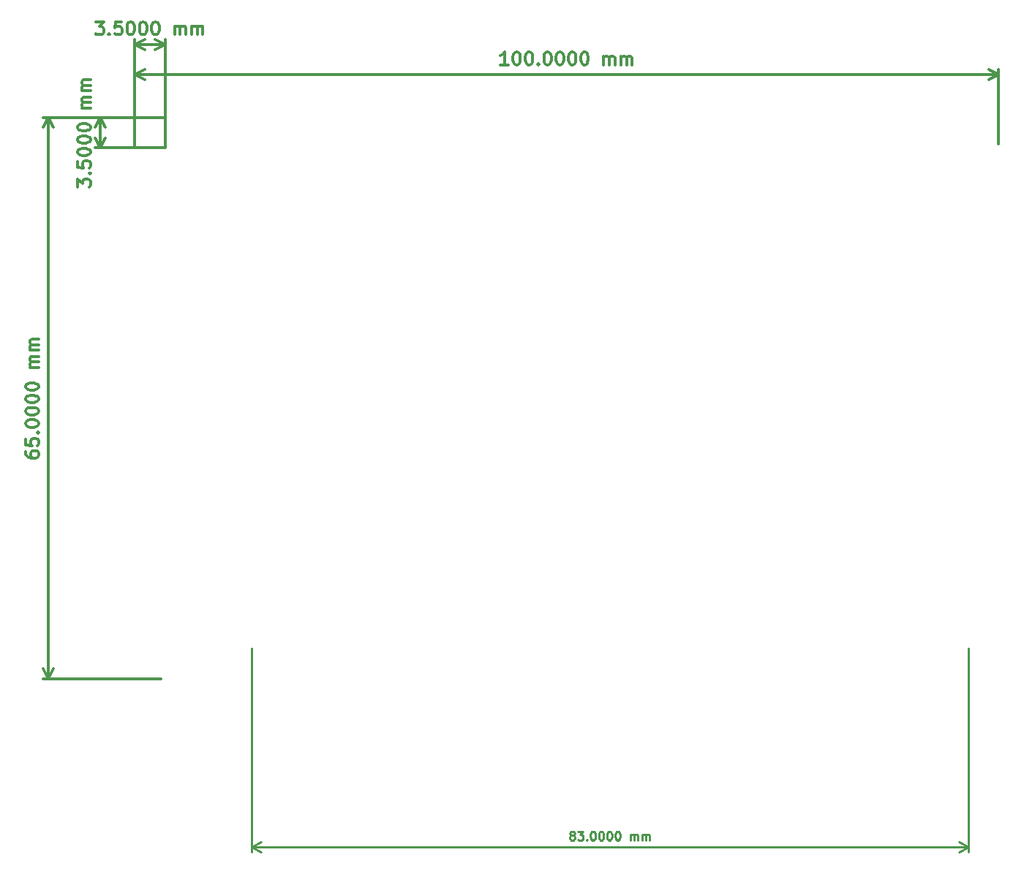
<source format=gbr>
G04 #@! TF.GenerationSoftware,KiCad,Pcbnew,7.0.7*
G04 #@! TF.CreationDate,2023-10-12T15:34:55+02:00*
G04 #@! TF.ProjectId,Astroplant_VFR,41737472-6f70-46c6-916e-745f5646522e,0.5*
G04 #@! TF.SameCoordinates,Original*
G04 #@! TF.FileFunction,Other,ECO2*
%FSLAX46Y46*%
G04 Gerber Fmt 4.6, Leading zero omitted, Abs format (unit mm)*
G04 Created by KiCad (PCBNEW 7.0.7) date 2023-10-12 15:34:55*
%MOMM*%
%LPD*%
G01*
G04 APERTURE LIST*
%ADD10C,0.300000*%
%ADD11C,0.250000*%
G04 APERTURE END LIST*
D10*
X95464286Y-23878328D02*
X96392858Y-23878328D01*
X96392858Y-23878328D02*
X95892858Y-24449757D01*
X95892858Y-24449757D02*
X96107143Y-24449757D01*
X96107143Y-24449757D02*
X96250001Y-24521185D01*
X96250001Y-24521185D02*
X96321429Y-24592614D01*
X96321429Y-24592614D02*
X96392858Y-24735471D01*
X96392858Y-24735471D02*
X96392858Y-25092614D01*
X96392858Y-25092614D02*
X96321429Y-25235471D01*
X96321429Y-25235471D02*
X96250001Y-25306900D01*
X96250001Y-25306900D02*
X96107143Y-25378328D01*
X96107143Y-25378328D02*
X95678572Y-25378328D01*
X95678572Y-25378328D02*
X95535715Y-25306900D01*
X95535715Y-25306900D02*
X95464286Y-25235471D01*
X97035714Y-25235471D02*
X97107143Y-25306900D01*
X97107143Y-25306900D02*
X97035714Y-25378328D01*
X97035714Y-25378328D02*
X96964286Y-25306900D01*
X96964286Y-25306900D02*
X97035714Y-25235471D01*
X97035714Y-25235471D02*
X97035714Y-25378328D01*
X98464286Y-23878328D02*
X97750000Y-23878328D01*
X97750000Y-23878328D02*
X97678572Y-24592614D01*
X97678572Y-24592614D02*
X97750000Y-24521185D01*
X97750000Y-24521185D02*
X97892858Y-24449757D01*
X97892858Y-24449757D02*
X98250000Y-24449757D01*
X98250000Y-24449757D02*
X98392858Y-24521185D01*
X98392858Y-24521185D02*
X98464286Y-24592614D01*
X98464286Y-24592614D02*
X98535715Y-24735471D01*
X98535715Y-24735471D02*
X98535715Y-25092614D01*
X98535715Y-25092614D02*
X98464286Y-25235471D01*
X98464286Y-25235471D02*
X98392858Y-25306900D01*
X98392858Y-25306900D02*
X98250000Y-25378328D01*
X98250000Y-25378328D02*
X97892858Y-25378328D01*
X97892858Y-25378328D02*
X97750000Y-25306900D01*
X97750000Y-25306900D02*
X97678572Y-25235471D01*
X99464286Y-23878328D02*
X99607143Y-23878328D01*
X99607143Y-23878328D02*
X99750000Y-23949757D01*
X99750000Y-23949757D02*
X99821429Y-24021185D01*
X99821429Y-24021185D02*
X99892857Y-24164042D01*
X99892857Y-24164042D02*
X99964286Y-24449757D01*
X99964286Y-24449757D02*
X99964286Y-24806900D01*
X99964286Y-24806900D02*
X99892857Y-25092614D01*
X99892857Y-25092614D02*
X99821429Y-25235471D01*
X99821429Y-25235471D02*
X99750000Y-25306900D01*
X99750000Y-25306900D02*
X99607143Y-25378328D01*
X99607143Y-25378328D02*
X99464286Y-25378328D01*
X99464286Y-25378328D02*
X99321429Y-25306900D01*
X99321429Y-25306900D02*
X99250000Y-25235471D01*
X99250000Y-25235471D02*
X99178571Y-25092614D01*
X99178571Y-25092614D02*
X99107143Y-24806900D01*
X99107143Y-24806900D02*
X99107143Y-24449757D01*
X99107143Y-24449757D02*
X99178571Y-24164042D01*
X99178571Y-24164042D02*
X99250000Y-24021185D01*
X99250000Y-24021185D02*
X99321429Y-23949757D01*
X99321429Y-23949757D02*
X99464286Y-23878328D01*
X100892857Y-23878328D02*
X101035714Y-23878328D01*
X101035714Y-23878328D02*
X101178571Y-23949757D01*
X101178571Y-23949757D02*
X101250000Y-24021185D01*
X101250000Y-24021185D02*
X101321428Y-24164042D01*
X101321428Y-24164042D02*
X101392857Y-24449757D01*
X101392857Y-24449757D02*
X101392857Y-24806900D01*
X101392857Y-24806900D02*
X101321428Y-25092614D01*
X101321428Y-25092614D02*
X101250000Y-25235471D01*
X101250000Y-25235471D02*
X101178571Y-25306900D01*
X101178571Y-25306900D02*
X101035714Y-25378328D01*
X101035714Y-25378328D02*
X100892857Y-25378328D01*
X100892857Y-25378328D02*
X100750000Y-25306900D01*
X100750000Y-25306900D02*
X100678571Y-25235471D01*
X100678571Y-25235471D02*
X100607142Y-25092614D01*
X100607142Y-25092614D02*
X100535714Y-24806900D01*
X100535714Y-24806900D02*
X100535714Y-24449757D01*
X100535714Y-24449757D02*
X100607142Y-24164042D01*
X100607142Y-24164042D02*
X100678571Y-24021185D01*
X100678571Y-24021185D02*
X100750000Y-23949757D01*
X100750000Y-23949757D02*
X100892857Y-23878328D01*
X102321428Y-23878328D02*
X102464285Y-23878328D01*
X102464285Y-23878328D02*
X102607142Y-23949757D01*
X102607142Y-23949757D02*
X102678571Y-24021185D01*
X102678571Y-24021185D02*
X102749999Y-24164042D01*
X102749999Y-24164042D02*
X102821428Y-24449757D01*
X102821428Y-24449757D02*
X102821428Y-24806900D01*
X102821428Y-24806900D02*
X102749999Y-25092614D01*
X102749999Y-25092614D02*
X102678571Y-25235471D01*
X102678571Y-25235471D02*
X102607142Y-25306900D01*
X102607142Y-25306900D02*
X102464285Y-25378328D01*
X102464285Y-25378328D02*
X102321428Y-25378328D01*
X102321428Y-25378328D02*
X102178571Y-25306900D01*
X102178571Y-25306900D02*
X102107142Y-25235471D01*
X102107142Y-25235471D02*
X102035713Y-25092614D01*
X102035713Y-25092614D02*
X101964285Y-24806900D01*
X101964285Y-24806900D02*
X101964285Y-24449757D01*
X101964285Y-24449757D02*
X102035713Y-24164042D01*
X102035713Y-24164042D02*
X102107142Y-24021185D01*
X102107142Y-24021185D02*
X102178571Y-23949757D01*
X102178571Y-23949757D02*
X102321428Y-23878328D01*
X104607141Y-25378328D02*
X104607141Y-24378328D01*
X104607141Y-24521185D02*
X104678570Y-24449757D01*
X104678570Y-24449757D02*
X104821427Y-24378328D01*
X104821427Y-24378328D02*
X105035713Y-24378328D01*
X105035713Y-24378328D02*
X105178570Y-24449757D01*
X105178570Y-24449757D02*
X105249999Y-24592614D01*
X105249999Y-24592614D02*
X105249999Y-25378328D01*
X105249999Y-24592614D02*
X105321427Y-24449757D01*
X105321427Y-24449757D02*
X105464284Y-24378328D01*
X105464284Y-24378328D02*
X105678570Y-24378328D01*
X105678570Y-24378328D02*
X105821427Y-24449757D01*
X105821427Y-24449757D02*
X105892856Y-24592614D01*
X105892856Y-24592614D02*
X105892856Y-25378328D01*
X106607141Y-25378328D02*
X106607141Y-24378328D01*
X106607141Y-24521185D02*
X106678570Y-24449757D01*
X106678570Y-24449757D02*
X106821427Y-24378328D01*
X106821427Y-24378328D02*
X107035713Y-24378328D01*
X107035713Y-24378328D02*
X107178570Y-24449757D01*
X107178570Y-24449757D02*
X107249999Y-24592614D01*
X107249999Y-24592614D02*
X107249999Y-25378328D01*
X107249999Y-24592614D02*
X107321427Y-24449757D01*
X107321427Y-24449757D02*
X107464284Y-24378328D01*
X107464284Y-24378328D02*
X107678570Y-24378328D01*
X107678570Y-24378328D02*
X107821427Y-24449757D01*
X107821427Y-24449757D02*
X107892856Y-24592614D01*
X107892856Y-24592614D02*
X107892856Y-25378328D01*
X100000000Y-38500000D02*
X100000000Y-25913580D01*
X103500000Y-38500000D02*
X103500000Y-25913580D01*
X100000000Y-26500000D02*
X103500000Y-26500000D01*
X100000000Y-26500000D02*
X103500000Y-26500000D01*
X100000000Y-26500000D02*
X101126504Y-25913579D01*
X100000000Y-26500000D02*
X101126504Y-27086421D01*
X103500000Y-26500000D02*
X102373496Y-27086421D01*
X103500000Y-26500000D02*
X102373496Y-25913579D01*
X87378328Y-73714284D02*
X87378328Y-73999998D01*
X87378328Y-73999998D02*
X87449757Y-74142855D01*
X87449757Y-74142855D02*
X87521185Y-74214284D01*
X87521185Y-74214284D02*
X87735471Y-74357141D01*
X87735471Y-74357141D02*
X88021185Y-74428569D01*
X88021185Y-74428569D02*
X88592614Y-74428569D01*
X88592614Y-74428569D02*
X88735471Y-74357141D01*
X88735471Y-74357141D02*
X88806900Y-74285712D01*
X88806900Y-74285712D02*
X88878328Y-74142855D01*
X88878328Y-74142855D02*
X88878328Y-73857141D01*
X88878328Y-73857141D02*
X88806900Y-73714284D01*
X88806900Y-73714284D02*
X88735471Y-73642855D01*
X88735471Y-73642855D02*
X88592614Y-73571426D01*
X88592614Y-73571426D02*
X88235471Y-73571426D01*
X88235471Y-73571426D02*
X88092614Y-73642855D01*
X88092614Y-73642855D02*
X88021185Y-73714284D01*
X88021185Y-73714284D02*
X87949757Y-73857141D01*
X87949757Y-73857141D02*
X87949757Y-74142855D01*
X87949757Y-74142855D02*
X88021185Y-74285712D01*
X88021185Y-74285712D02*
X88092614Y-74357141D01*
X88092614Y-74357141D02*
X88235471Y-74428569D01*
X87378328Y-72214284D02*
X87378328Y-72928570D01*
X87378328Y-72928570D02*
X88092614Y-72999998D01*
X88092614Y-72999998D02*
X88021185Y-72928570D01*
X88021185Y-72928570D02*
X87949757Y-72785713D01*
X87949757Y-72785713D02*
X87949757Y-72428570D01*
X87949757Y-72428570D02*
X88021185Y-72285713D01*
X88021185Y-72285713D02*
X88092614Y-72214284D01*
X88092614Y-72214284D02*
X88235471Y-72142855D01*
X88235471Y-72142855D02*
X88592614Y-72142855D01*
X88592614Y-72142855D02*
X88735471Y-72214284D01*
X88735471Y-72214284D02*
X88806900Y-72285713D01*
X88806900Y-72285713D02*
X88878328Y-72428570D01*
X88878328Y-72428570D02*
X88878328Y-72785713D01*
X88878328Y-72785713D02*
X88806900Y-72928570D01*
X88806900Y-72928570D02*
X88735471Y-72999998D01*
X88735471Y-71499999D02*
X88806900Y-71428570D01*
X88806900Y-71428570D02*
X88878328Y-71499999D01*
X88878328Y-71499999D02*
X88806900Y-71571427D01*
X88806900Y-71571427D02*
X88735471Y-71499999D01*
X88735471Y-71499999D02*
X88878328Y-71499999D01*
X87378328Y-70499998D02*
X87378328Y-70357141D01*
X87378328Y-70357141D02*
X87449757Y-70214284D01*
X87449757Y-70214284D02*
X87521185Y-70142856D01*
X87521185Y-70142856D02*
X87664042Y-70071427D01*
X87664042Y-70071427D02*
X87949757Y-69999998D01*
X87949757Y-69999998D02*
X88306900Y-69999998D01*
X88306900Y-69999998D02*
X88592614Y-70071427D01*
X88592614Y-70071427D02*
X88735471Y-70142856D01*
X88735471Y-70142856D02*
X88806900Y-70214284D01*
X88806900Y-70214284D02*
X88878328Y-70357141D01*
X88878328Y-70357141D02*
X88878328Y-70499998D01*
X88878328Y-70499998D02*
X88806900Y-70642856D01*
X88806900Y-70642856D02*
X88735471Y-70714284D01*
X88735471Y-70714284D02*
X88592614Y-70785713D01*
X88592614Y-70785713D02*
X88306900Y-70857141D01*
X88306900Y-70857141D02*
X87949757Y-70857141D01*
X87949757Y-70857141D02*
X87664042Y-70785713D01*
X87664042Y-70785713D02*
X87521185Y-70714284D01*
X87521185Y-70714284D02*
X87449757Y-70642856D01*
X87449757Y-70642856D02*
X87378328Y-70499998D01*
X87378328Y-69071427D02*
X87378328Y-68928570D01*
X87378328Y-68928570D02*
X87449757Y-68785713D01*
X87449757Y-68785713D02*
X87521185Y-68714285D01*
X87521185Y-68714285D02*
X87664042Y-68642856D01*
X87664042Y-68642856D02*
X87949757Y-68571427D01*
X87949757Y-68571427D02*
X88306900Y-68571427D01*
X88306900Y-68571427D02*
X88592614Y-68642856D01*
X88592614Y-68642856D02*
X88735471Y-68714285D01*
X88735471Y-68714285D02*
X88806900Y-68785713D01*
X88806900Y-68785713D02*
X88878328Y-68928570D01*
X88878328Y-68928570D02*
X88878328Y-69071427D01*
X88878328Y-69071427D02*
X88806900Y-69214285D01*
X88806900Y-69214285D02*
X88735471Y-69285713D01*
X88735471Y-69285713D02*
X88592614Y-69357142D01*
X88592614Y-69357142D02*
X88306900Y-69428570D01*
X88306900Y-69428570D02*
X87949757Y-69428570D01*
X87949757Y-69428570D02*
X87664042Y-69357142D01*
X87664042Y-69357142D02*
X87521185Y-69285713D01*
X87521185Y-69285713D02*
X87449757Y-69214285D01*
X87449757Y-69214285D02*
X87378328Y-69071427D01*
X87378328Y-67642856D02*
X87378328Y-67499999D01*
X87378328Y-67499999D02*
X87449757Y-67357142D01*
X87449757Y-67357142D02*
X87521185Y-67285714D01*
X87521185Y-67285714D02*
X87664042Y-67214285D01*
X87664042Y-67214285D02*
X87949757Y-67142856D01*
X87949757Y-67142856D02*
X88306900Y-67142856D01*
X88306900Y-67142856D02*
X88592614Y-67214285D01*
X88592614Y-67214285D02*
X88735471Y-67285714D01*
X88735471Y-67285714D02*
X88806900Y-67357142D01*
X88806900Y-67357142D02*
X88878328Y-67499999D01*
X88878328Y-67499999D02*
X88878328Y-67642856D01*
X88878328Y-67642856D02*
X88806900Y-67785714D01*
X88806900Y-67785714D02*
X88735471Y-67857142D01*
X88735471Y-67857142D02*
X88592614Y-67928571D01*
X88592614Y-67928571D02*
X88306900Y-67999999D01*
X88306900Y-67999999D02*
X87949757Y-67999999D01*
X87949757Y-67999999D02*
X87664042Y-67928571D01*
X87664042Y-67928571D02*
X87521185Y-67857142D01*
X87521185Y-67857142D02*
X87449757Y-67785714D01*
X87449757Y-67785714D02*
X87378328Y-67642856D01*
X87378328Y-66214285D02*
X87378328Y-66071428D01*
X87378328Y-66071428D02*
X87449757Y-65928571D01*
X87449757Y-65928571D02*
X87521185Y-65857143D01*
X87521185Y-65857143D02*
X87664042Y-65785714D01*
X87664042Y-65785714D02*
X87949757Y-65714285D01*
X87949757Y-65714285D02*
X88306900Y-65714285D01*
X88306900Y-65714285D02*
X88592614Y-65785714D01*
X88592614Y-65785714D02*
X88735471Y-65857143D01*
X88735471Y-65857143D02*
X88806900Y-65928571D01*
X88806900Y-65928571D02*
X88878328Y-66071428D01*
X88878328Y-66071428D02*
X88878328Y-66214285D01*
X88878328Y-66214285D02*
X88806900Y-66357143D01*
X88806900Y-66357143D02*
X88735471Y-66428571D01*
X88735471Y-66428571D02*
X88592614Y-66500000D01*
X88592614Y-66500000D02*
X88306900Y-66571428D01*
X88306900Y-66571428D02*
X87949757Y-66571428D01*
X87949757Y-66571428D02*
X87664042Y-66500000D01*
X87664042Y-66500000D02*
X87521185Y-66428571D01*
X87521185Y-66428571D02*
X87449757Y-66357143D01*
X87449757Y-66357143D02*
X87378328Y-66214285D01*
X88878328Y-63928572D02*
X87878328Y-63928572D01*
X88021185Y-63928572D02*
X87949757Y-63857143D01*
X87949757Y-63857143D02*
X87878328Y-63714286D01*
X87878328Y-63714286D02*
X87878328Y-63500000D01*
X87878328Y-63500000D02*
X87949757Y-63357143D01*
X87949757Y-63357143D02*
X88092614Y-63285715D01*
X88092614Y-63285715D02*
X88878328Y-63285715D01*
X88092614Y-63285715D02*
X87949757Y-63214286D01*
X87949757Y-63214286D02*
X87878328Y-63071429D01*
X87878328Y-63071429D02*
X87878328Y-62857143D01*
X87878328Y-62857143D02*
X87949757Y-62714286D01*
X87949757Y-62714286D02*
X88092614Y-62642857D01*
X88092614Y-62642857D02*
X88878328Y-62642857D01*
X88878328Y-61928572D02*
X87878328Y-61928572D01*
X88021185Y-61928572D02*
X87949757Y-61857143D01*
X87949757Y-61857143D02*
X87878328Y-61714286D01*
X87878328Y-61714286D02*
X87878328Y-61500000D01*
X87878328Y-61500000D02*
X87949757Y-61357143D01*
X87949757Y-61357143D02*
X88092614Y-61285715D01*
X88092614Y-61285715D02*
X88878328Y-61285715D01*
X88092614Y-61285715D02*
X87949757Y-61214286D01*
X87949757Y-61214286D02*
X87878328Y-61071429D01*
X87878328Y-61071429D02*
X87878328Y-60857143D01*
X87878328Y-60857143D02*
X87949757Y-60714286D01*
X87949757Y-60714286D02*
X88092614Y-60642857D01*
X88092614Y-60642857D02*
X88878328Y-60642857D01*
X103000000Y-35000000D02*
X89413580Y-35000000D01*
X103000000Y-100000000D02*
X89413580Y-100000000D01*
X90000000Y-35000000D02*
X90000000Y-100000000D01*
X90000000Y-35000000D02*
X90000000Y-100000000D01*
X90000000Y-35000000D02*
X90586421Y-36126504D01*
X90000000Y-35000000D02*
X89413579Y-36126504D01*
X90000000Y-100000000D02*
X89413579Y-98873496D01*
X90000000Y-100000000D02*
X90586421Y-98873496D01*
D11*
X150571429Y-118128190D02*
X150476191Y-118080571D01*
X150476191Y-118080571D02*
X150428572Y-118032952D01*
X150428572Y-118032952D02*
X150380953Y-117937714D01*
X150380953Y-117937714D02*
X150380953Y-117890095D01*
X150380953Y-117890095D02*
X150428572Y-117794857D01*
X150428572Y-117794857D02*
X150476191Y-117747238D01*
X150476191Y-117747238D02*
X150571429Y-117699619D01*
X150571429Y-117699619D02*
X150761905Y-117699619D01*
X150761905Y-117699619D02*
X150857143Y-117747238D01*
X150857143Y-117747238D02*
X150904762Y-117794857D01*
X150904762Y-117794857D02*
X150952381Y-117890095D01*
X150952381Y-117890095D02*
X150952381Y-117937714D01*
X150952381Y-117937714D02*
X150904762Y-118032952D01*
X150904762Y-118032952D02*
X150857143Y-118080571D01*
X150857143Y-118080571D02*
X150761905Y-118128190D01*
X150761905Y-118128190D02*
X150571429Y-118128190D01*
X150571429Y-118128190D02*
X150476191Y-118175809D01*
X150476191Y-118175809D02*
X150428572Y-118223428D01*
X150428572Y-118223428D02*
X150380953Y-118318666D01*
X150380953Y-118318666D02*
X150380953Y-118509142D01*
X150380953Y-118509142D02*
X150428572Y-118604380D01*
X150428572Y-118604380D02*
X150476191Y-118652000D01*
X150476191Y-118652000D02*
X150571429Y-118699619D01*
X150571429Y-118699619D02*
X150761905Y-118699619D01*
X150761905Y-118699619D02*
X150857143Y-118652000D01*
X150857143Y-118652000D02*
X150904762Y-118604380D01*
X150904762Y-118604380D02*
X150952381Y-118509142D01*
X150952381Y-118509142D02*
X150952381Y-118318666D01*
X150952381Y-118318666D02*
X150904762Y-118223428D01*
X150904762Y-118223428D02*
X150857143Y-118175809D01*
X150857143Y-118175809D02*
X150761905Y-118128190D01*
X151285715Y-117699619D02*
X151904762Y-117699619D01*
X151904762Y-117699619D02*
X151571429Y-118080571D01*
X151571429Y-118080571D02*
X151714286Y-118080571D01*
X151714286Y-118080571D02*
X151809524Y-118128190D01*
X151809524Y-118128190D02*
X151857143Y-118175809D01*
X151857143Y-118175809D02*
X151904762Y-118271047D01*
X151904762Y-118271047D02*
X151904762Y-118509142D01*
X151904762Y-118509142D02*
X151857143Y-118604380D01*
X151857143Y-118604380D02*
X151809524Y-118652000D01*
X151809524Y-118652000D02*
X151714286Y-118699619D01*
X151714286Y-118699619D02*
X151428572Y-118699619D01*
X151428572Y-118699619D02*
X151333334Y-118652000D01*
X151333334Y-118652000D02*
X151285715Y-118604380D01*
X152333334Y-118604380D02*
X152380953Y-118652000D01*
X152380953Y-118652000D02*
X152333334Y-118699619D01*
X152333334Y-118699619D02*
X152285715Y-118652000D01*
X152285715Y-118652000D02*
X152333334Y-118604380D01*
X152333334Y-118604380D02*
X152333334Y-118699619D01*
X153000000Y-117699619D02*
X153095238Y-117699619D01*
X153095238Y-117699619D02*
X153190476Y-117747238D01*
X153190476Y-117747238D02*
X153238095Y-117794857D01*
X153238095Y-117794857D02*
X153285714Y-117890095D01*
X153285714Y-117890095D02*
X153333333Y-118080571D01*
X153333333Y-118080571D02*
X153333333Y-118318666D01*
X153333333Y-118318666D02*
X153285714Y-118509142D01*
X153285714Y-118509142D02*
X153238095Y-118604380D01*
X153238095Y-118604380D02*
X153190476Y-118652000D01*
X153190476Y-118652000D02*
X153095238Y-118699619D01*
X153095238Y-118699619D02*
X153000000Y-118699619D01*
X153000000Y-118699619D02*
X152904762Y-118652000D01*
X152904762Y-118652000D02*
X152857143Y-118604380D01*
X152857143Y-118604380D02*
X152809524Y-118509142D01*
X152809524Y-118509142D02*
X152761905Y-118318666D01*
X152761905Y-118318666D02*
X152761905Y-118080571D01*
X152761905Y-118080571D02*
X152809524Y-117890095D01*
X152809524Y-117890095D02*
X152857143Y-117794857D01*
X152857143Y-117794857D02*
X152904762Y-117747238D01*
X152904762Y-117747238D02*
X153000000Y-117699619D01*
X153952381Y-117699619D02*
X154047619Y-117699619D01*
X154047619Y-117699619D02*
X154142857Y-117747238D01*
X154142857Y-117747238D02*
X154190476Y-117794857D01*
X154190476Y-117794857D02*
X154238095Y-117890095D01*
X154238095Y-117890095D02*
X154285714Y-118080571D01*
X154285714Y-118080571D02*
X154285714Y-118318666D01*
X154285714Y-118318666D02*
X154238095Y-118509142D01*
X154238095Y-118509142D02*
X154190476Y-118604380D01*
X154190476Y-118604380D02*
X154142857Y-118652000D01*
X154142857Y-118652000D02*
X154047619Y-118699619D01*
X154047619Y-118699619D02*
X153952381Y-118699619D01*
X153952381Y-118699619D02*
X153857143Y-118652000D01*
X153857143Y-118652000D02*
X153809524Y-118604380D01*
X153809524Y-118604380D02*
X153761905Y-118509142D01*
X153761905Y-118509142D02*
X153714286Y-118318666D01*
X153714286Y-118318666D02*
X153714286Y-118080571D01*
X153714286Y-118080571D02*
X153761905Y-117890095D01*
X153761905Y-117890095D02*
X153809524Y-117794857D01*
X153809524Y-117794857D02*
X153857143Y-117747238D01*
X153857143Y-117747238D02*
X153952381Y-117699619D01*
X154904762Y-117699619D02*
X155000000Y-117699619D01*
X155000000Y-117699619D02*
X155095238Y-117747238D01*
X155095238Y-117747238D02*
X155142857Y-117794857D01*
X155142857Y-117794857D02*
X155190476Y-117890095D01*
X155190476Y-117890095D02*
X155238095Y-118080571D01*
X155238095Y-118080571D02*
X155238095Y-118318666D01*
X155238095Y-118318666D02*
X155190476Y-118509142D01*
X155190476Y-118509142D02*
X155142857Y-118604380D01*
X155142857Y-118604380D02*
X155095238Y-118652000D01*
X155095238Y-118652000D02*
X155000000Y-118699619D01*
X155000000Y-118699619D02*
X154904762Y-118699619D01*
X154904762Y-118699619D02*
X154809524Y-118652000D01*
X154809524Y-118652000D02*
X154761905Y-118604380D01*
X154761905Y-118604380D02*
X154714286Y-118509142D01*
X154714286Y-118509142D02*
X154666667Y-118318666D01*
X154666667Y-118318666D02*
X154666667Y-118080571D01*
X154666667Y-118080571D02*
X154714286Y-117890095D01*
X154714286Y-117890095D02*
X154761905Y-117794857D01*
X154761905Y-117794857D02*
X154809524Y-117747238D01*
X154809524Y-117747238D02*
X154904762Y-117699619D01*
X155857143Y-117699619D02*
X155952381Y-117699619D01*
X155952381Y-117699619D02*
X156047619Y-117747238D01*
X156047619Y-117747238D02*
X156095238Y-117794857D01*
X156095238Y-117794857D02*
X156142857Y-117890095D01*
X156142857Y-117890095D02*
X156190476Y-118080571D01*
X156190476Y-118080571D02*
X156190476Y-118318666D01*
X156190476Y-118318666D02*
X156142857Y-118509142D01*
X156142857Y-118509142D02*
X156095238Y-118604380D01*
X156095238Y-118604380D02*
X156047619Y-118652000D01*
X156047619Y-118652000D02*
X155952381Y-118699619D01*
X155952381Y-118699619D02*
X155857143Y-118699619D01*
X155857143Y-118699619D02*
X155761905Y-118652000D01*
X155761905Y-118652000D02*
X155714286Y-118604380D01*
X155714286Y-118604380D02*
X155666667Y-118509142D01*
X155666667Y-118509142D02*
X155619048Y-118318666D01*
X155619048Y-118318666D02*
X155619048Y-118080571D01*
X155619048Y-118080571D02*
X155666667Y-117890095D01*
X155666667Y-117890095D02*
X155714286Y-117794857D01*
X155714286Y-117794857D02*
X155761905Y-117747238D01*
X155761905Y-117747238D02*
X155857143Y-117699619D01*
X157380953Y-118699619D02*
X157380953Y-118032952D01*
X157380953Y-118128190D02*
X157428572Y-118080571D01*
X157428572Y-118080571D02*
X157523810Y-118032952D01*
X157523810Y-118032952D02*
X157666667Y-118032952D01*
X157666667Y-118032952D02*
X157761905Y-118080571D01*
X157761905Y-118080571D02*
X157809524Y-118175809D01*
X157809524Y-118175809D02*
X157809524Y-118699619D01*
X157809524Y-118175809D02*
X157857143Y-118080571D01*
X157857143Y-118080571D02*
X157952381Y-118032952D01*
X157952381Y-118032952D02*
X158095238Y-118032952D01*
X158095238Y-118032952D02*
X158190477Y-118080571D01*
X158190477Y-118080571D02*
X158238096Y-118175809D01*
X158238096Y-118175809D02*
X158238096Y-118699619D01*
X158714286Y-118699619D02*
X158714286Y-118032952D01*
X158714286Y-118128190D02*
X158761905Y-118080571D01*
X158761905Y-118080571D02*
X158857143Y-118032952D01*
X158857143Y-118032952D02*
X159000000Y-118032952D01*
X159000000Y-118032952D02*
X159095238Y-118080571D01*
X159095238Y-118080571D02*
X159142857Y-118175809D01*
X159142857Y-118175809D02*
X159142857Y-118699619D01*
X159142857Y-118175809D02*
X159190476Y-118080571D01*
X159190476Y-118080571D02*
X159285714Y-118032952D01*
X159285714Y-118032952D02*
X159428571Y-118032952D01*
X159428571Y-118032952D02*
X159523810Y-118080571D01*
X159523810Y-118080571D02*
X159571429Y-118175809D01*
X159571429Y-118175809D02*
X159571429Y-118699619D01*
X113500000Y-96500000D02*
X113500000Y-120086420D01*
X196500000Y-96500000D02*
X196500000Y-120086420D01*
X113500000Y-119500000D02*
X196500000Y-119500000D01*
X113500000Y-119500000D02*
X196500000Y-119500000D01*
X113500000Y-119500000D02*
X114626504Y-118913579D01*
X113500000Y-119500000D02*
X114626504Y-120086421D01*
X196500000Y-119500000D02*
X195373496Y-120086421D01*
X196500000Y-119500000D02*
X195373496Y-118913579D01*
D10*
X143214287Y-28878328D02*
X142357144Y-28878328D01*
X142785715Y-28878328D02*
X142785715Y-27378328D01*
X142785715Y-27378328D02*
X142642858Y-27592614D01*
X142642858Y-27592614D02*
X142500001Y-27735471D01*
X142500001Y-27735471D02*
X142357144Y-27806900D01*
X144142858Y-27378328D02*
X144285715Y-27378328D01*
X144285715Y-27378328D02*
X144428572Y-27449757D01*
X144428572Y-27449757D02*
X144500001Y-27521185D01*
X144500001Y-27521185D02*
X144571429Y-27664042D01*
X144571429Y-27664042D02*
X144642858Y-27949757D01*
X144642858Y-27949757D02*
X144642858Y-28306900D01*
X144642858Y-28306900D02*
X144571429Y-28592614D01*
X144571429Y-28592614D02*
X144500001Y-28735471D01*
X144500001Y-28735471D02*
X144428572Y-28806900D01*
X144428572Y-28806900D02*
X144285715Y-28878328D01*
X144285715Y-28878328D02*
X144142858Y-28878328D01*
X144142858Y-28878328D02*
X144000001Y-28806900D01*
X144000001Y-28806900D02*
X143928572Y-28735471D01*
X143928572Y-28735471D02*
X143857143Y-28592614D01*
X143857143Y-28592614D02*
X143785715Y-28306900D01*
X143785715Y-28306900D02*
X143785715Y-27949757D01*
X143785715Y-27949757D02*
X143857143Y-27664042D01*
X143857143Y-27664042D02*
X143928572Y-27521185D01*
X143928572Y-27521185D02*
X144000001Y-27449757D01*
X144000001Y-27449757D02*
X144142858Y-27378328D01*
X145571429Y-27378328D02*
X145714286Y-27378328D01*
X145714286Y-27378328D02*
X145857143Y-27449757D01*
X145857143Y-27449757D02*
X145928572Y-27521185D01*
X145928572Y-27521185D02*
X146000000Y-27664042D01*
X146000000Y-27664042D02*
X146071429Y-27949757D01*
X146071429Y-27949757D02*
X146071429Y-28306900D01*
X146071429Y-28306900D02*
X146000000Y-28592614D01*
X146000000Y-28592614D02*
X145928572Y-28735471D01*
X145928572Y-28735471D02*
X145857143Y-28806900D01*
X145857143Y-28806900D02*
X145714286Y-28878328D01*
X145714286Y-28878328D02*
X145571429Y-28878328D01*
X145571429Y-28878328D02*
X145428572Y-28806900D01*
X145428572Y-28806900D02*
X145357143Y-28735471D01*
X145357143Y-28735471D02*
X145285714Y-28592614D01*
X145285714Y-28592614D02*
X145214286Y-28306900D01*
X145214286Y-28306900D02*
X145214286Y-27949757D01*
X145214286Y-27949757D02*
X145285714Y-27664042D01*
X145285714Y-27664042D02*
X145357143Y-27521185D01*
X145357143Y-27521185D02*
X145428572Y-27449757D01*
X145428572Y-27449757D02*
X145571429Y-27378328D01*
X146714285Y-28735471D02*
X146785714Y-28806900D01*
X146785714Y-28806900D02*
X146714285Y-28878328D01*
X146714285Y-28878328D02*
X146642857Y-28806900D01*
X146642857Y-28806900D02*
X146714285Y-28735471D01*
X146714285Y-28735471D02*
X146714285Y-28878328D01*
X147714286Y-27378328D02*
X147857143Y-27378328D01*
X147857143Y-27378328D02*
X148000000Y-27449757D01*
X148000000Y-27449757D02*
X148071429Y-27521185D01*
X148071429Y-27521185D02*
X148142857Y-27664042D01*
X148142857Y-27664042D02*
X148214286Y-27949757D01*
X148214286Y-27949757D02*
X148214286Y-28306900D01*
X148214286Y-28306900D02*
X148142857Y-28592614D01*
X148142857Y-28592614D02*
X148071429Y-28735471D01*
X148071429Y-28735471D02*
X148000000Y-28806900D01*
X148000000Y-28806900D02*
X147857143Y-28878328D01*
X147857143Y-28878328D02*
X147714286Y-28878328D01*
X147714286Y-28878328D02*
X147571429Y-28806900D01*
X147571429Y-28806900D02*
X147500000Y-28735471D01*
X147500000Y-28735471D02*
X147428571Y-28592614D01*
X147428571Y-28592614D02*
X147357143Y-28306900D01*
X147357143Y-28306900D02*
X147357143Y-27949757D01*
X147357143Y-27949757D02*
X147428571Y-27664042D01*
X147428571Y-27664042D02*
X147500000Y-27521185D01*
X147500000Y-27521185D02*
X147571429Y-27449757D01*
X147571429Y-27449757D02*
X147714286Y-27378328D01*
X149142857Y-27378328D02*
X149285714Y-27378328D01*
X149285714Y-27378328D02*
X149428571Y-27449757D01*
X149428571Y-27449757D02*
X149500000Y-27521185D01*
X149500000Y-27521185D02*
X149571428Y-27664042D01*
X149571428Y-27664042D02*
X149642857Y-27949757D01*
X149642857Y-27949757D02*
X149642857Y-28306900D01*
X149642857Y-28306900D02*
X149571428Y-28592614D01*
X149571428Y-28592614D02*
X149500000Y-28735471D01*
X149500000Y-28735471D02*
X149428571Y-28806900D01*
X149428571Y-28806900D02*
X149285714Y-28878328D01*
X149285714Y-28878328D02*
X149142857Y-28878328D01*
X149142857Y-28878328D02*
X149000000Y-28806900D01*
X149000000Y-28806900D02*
X148928571Y-28735471D01*
X148928571Y-28735471D02*
X148857142Y-28592614D01*
X148857142Y-28592614D02*
X148785714Y-28306900D01*
X148785714Y-28306900D02*
X148785714Y-27949757D01*
X148785714Y-27949757D02*
X148857142Y-27664042D01*
X148857142Y-27664042D02*
X148928571Y-27521185D01*
X148928571Y-27521185D02*
X149000000Y-27449757D01*
X149000000Y-27449757D02*
X149142857Y-27378328D01*
X150571428Y-27378328D02*
X150714285Y-27378328D01*
X150714285Y-27378328D02*
X150857142Y-27449757D01*
X150857142Y-27449757D02*
X150928571Y-27521185D01*
X150928571Y-27521185D02*
X150999999Y-27664042D01*
X150999999Y-27664042D02*
X151071428Y-27949757D01*
X151071428Y-27949757D02*
X151071428Y-28306900D01*
X151071428Y-28306900D02*
X150999999Y-28592614D01*
X150999999Y-28592614D02*
X150928571Y-28735471D01*
X150928571Y-28735471D02*
X150857142Y-28806900D01*
X150857142Y-28806900D02*
X150714285Y-28878328D01*
X150714285Y-28878328D02*
X150571428Y-28878328D01*
X150571428Y-28878328D02*
X150428571Y-28806900D01*
X150428571Y-28806900D02*
X150357142Y-28735471D01*
X150357142Y-28735471D02*
X150285713Y-28592614D01*
X150285713Y-28592614D02*
X150214285Y-28306900D01*
X150214285Y-28306900D02*
X150214285Y-27949757D01*
X150214285Y-27949757D02*
X150285713Y-27664042D01*
X150285713Y-27664042D02*
X150357142Y-27521185D01*
X150357142Y-27521185D02*
X150428571Y-27449757D01*
X150428571Y-27449757D02*
X150571428Y-27378328D01*
X151999999Y-27378328D02*
X152142856Y-27378328D01*
X152142856Y-27378328D02*
X152285713Y-27449757D01*
X152285713Y-27449757D02*
X152357142Y-27521185D01*
X152357142Y-27521185D02*
X152428570Y-27664042D01*
X152428570Y-27664042D02*
X152499999Y-27949757D01*
X152499999Y-27949757D02*
X152499999Y-28306900D01*
X152499999Y-28306900D02*
X152428570Y-28592614D01*
X152428570Y-28592614D02*
X152357142Y-28735471D01*
X152357142Y-28735471D02*
X152285713Y-28806900D01*
X152285713Y-28806900D02*
X152142856Y-28878328D01*
X152142856Y-28878328D02*
X151999999Y-28878328D01*
X151999999Y-28878328D02*
X151857142Y-28806900D01*
X151857142Y-28806900D02*
X151785713Y-28735471D01*
X151785713Y-28735471D02*
X151714284Y-28592614D01*
X151714284Y-28592614D02*
X151642856Y-28306900D01*
X151642856Y-28306900D02*
X151642856Y-27949757D01*
X151642856Y-27949757D02*
X151714284Y-27664042D01*
X151714284Y-27664042D02*
X151785713Y-27521185D01*
X151785713Y-27521185D02*
X151857142Y-27449757D01*
X151857142Y-27449757D02*
X151999999Y-27378328D01*
X154285712Y-28878328D02*
X154285712Y-27878328D01*
X154285712Y-28021185D02*
X154357141Y-27949757D01*
X154357141Y-27949757D02*
X154499998Y-27878328D01*
X154499998Y-27878328D02*
X154714284Y-27878328D01*
X154714284Y-27878328D02*
X154857141Y-27949757D01*
X154857141Y-27949757D02*
X154928570Y-28092614D01*
X154928570Y-28092614D02*
X154928570Y-28878328D01*
X154928570Y-28092614D02*
X154999998Y-27949757D01*
X154999998Y-27949757D02*
X155142855Y-27878328D01*
X155142855Y-27878328D02*
X155357141Y-27878328D01*
X155357141Y-27878328D02*
X155499998Y-27949757D01*
X155499998Y-27949757D02*
X155571427Y-28092614D01*
X155571427Y-28092614D02*
X155571427Y-28878328D01*
X156285712Y-28878328D02*
X156285712Y-27878328D01*
X156285712Y-28021185D02*
X156357141Y-27949757D01*
X156357141Y-27949757D02*
X156499998Y-27878328D01*
X156499998Y-27878328D02*
X156714284Y-27878328D01*
X156714284Y-27878328D02*
X156857141Y-27949757D01*
X156857141Y-27949757D02*
X156928570Y-28092614D01*
X156928570Y-28092614D02*
X156928570Y-28878328D01*
X156928570Y-28092614D02*
X156999998Y-27949757D01*
X156999998Y-27949757D02*
X157142855Y-27878328D01*
X157142855Y-27878328D02*
X157357141Y-27878328D01*
X157357141Y-27878328D02*
X157499998Y-27949757D01*
X157499998Y-27949757D02*
X157571427Y-28092614D01*
X157571427Y-28092614D02*
X157571427Y-28878328D01*
X200000000Y-38000000D02*
X200000000Y-29413580D01*
X100000000Y-38000000D02*
X100000000Y-29413580D01*
X200000000Y-30000000D02*
X100000000Y-30000000D01*
X200000000Y-30000000D02*
X100000000Y-30000000D01*
X200000000Y-30000000D02*
X198873496Y-30586421D01*
X200000000Y-30000000D02*
X198873496Y-29413579D01*
X100000000Y-30000000D02*
X101126504Y-29413579D01*
X100000000Y-30000000D02*
X101126504Y-30586421D01*
X93378328Y-43035713D02*
X93378328Y-42107141D01*
X93378328Y-42107141D02*
X93949757Y-42607141D01*
X93949757Y-42607141D02*
X93949757Y-42392856D01*
X93949757Y-42392856D02*
X94021185Y-42249999D01*
X94021185Y-42249999D02*
X94092614Y-42178570D01*
X94092614Y-42178570D02*
X94235471Y-42107141D01*
X94235471Y-42107141D02*
X94592614Y-42107141D01*
X94592614Y-42107141D02*
X94735471Y-42178570D01*
X94735471Y-42178570D02*
X94806900Y-42249999D01*
X94806900Y-42249999D02*
X94878328Y-42392856D01*
X94878328Y-42392856D02*
X94878328Y-42821427D01*
X94878328Y-42821427D02*
X94806900Y-42964284D01*
X94806900Y-42964284D02*
X94735471Y-43035713D01*
X94735471Y-41464285D02*
X94806900Y-41392856D01*
X94806900Y-41392856D02*
X94878328Y-41464285D01*
X94878328Y-41464285D02*
X94806900Y-41535713D01*
X94806900Y-41535713D02*
X94735471Y-41464285D01*
X94735471Y-41464285D02*
X94878328Y-41464285D01*
X93378328Y-40035713D02*
X93378328Y-40749999D01*
X93378328Y-40749999D02*
X94092614Y-40821427D01*
X94092614Y-40821427D02*
X94021185Y-40749999D01*
X94021185Y-40749999D02*
X93949757Y-40607142D01*
X93949757Y-40607142D02*
X93949757Y-40249999D01*
X93949757Y-40249999D02*
X94021185Y-40107142D01*
X94021185Y-40107142D02*
X94092614Y-40035713D01*
X94092614Y-40035713D02*
X94235471Y-39964284D01*
X94235471Y-39964284D02*
X94592614Y-39964284D01*
X94592614Y-39964284D02*
X94735471Y-40035713D01*
X94735471Y-40035713D02*
X94806900Y-40107142D01*
X94806900Y-40107142D02*
X94878328Y-40249999D01*
X94878328Y-40249999D02*
X94878328Y-40607142D01*
X94878328Y-40607142D02*
X94806900Y-40749999D01*
X94806900Y-40749999D02*
X94735471Y-40821427D01*
X93378328Y-39035713D02*
X93378328Y-38892856D01*
X93378328Y-38892856D02*
X93449757Y-38749999D01*
X93449757Y-38749999D02*
X93521185Y-38678571D01*
X93521185Y-38678571D02*
X93664042Y-38607142D01*
X93664042Y-38607142D02*
X93949757Y-38535713D01*
X93949757Y-38535713D02*
X94306900Y-38535713D01*
X94306900Y-38535713D02*
X94592614Y-38607142D01*
X94592614Y-38607142D02*
X94735471Y-38678571D01*
X94735471Y-38678571D02*
X94806900Y-38749999D01*
X94806900Y-38749999D02*
X94878328Y-38892856D01*
X94878328Y-38892856D02*
X94878328Y-39035713D01*
X94878328Y-39035713D02*
X94806900Y-39178571D01*
X94806900Y-39178571D02*
X94735471Y-39249999D01*
X94735471Y-39249999D02*
X94592614Y-39321428D01*
X94592614Y-39321428D02*
X94306900Y-39392856D01*
X94306900Y-39392856D02*
X93949757Y-39392856D01*
X93949757Y-39392856D02*
X93664042Y-39321428D01*
X93664042Y-39321428D02*
X93521185Y-39249999D01*
X93521185Y-39249999D02*
X93449757Y-39178571D01*
X93449757Y-39178571D02*
X93378328Y-39035713D01*
X93378328Y-37607142D02*
X93378328Y-37464285D01*
X93378328Y-37464285D02*
X93449757Y-37321428D01*
X93449757Y-37321428D02*
X93521185Y-37250000D01*
X93521185Y-37250000D02*
X93664042Y-37178571D01*
X93664042Y-37178571D02*
X93949757Y-37107142D01*
X93949757Y-37107142D02*
X94306900Y-37107142D01*
X94306900Y-37107142D02*
X94592614Y-37178571D01*
X94592614Y-37178571D02*
X94735471Y-37250000D01*
X94735471Y-37250000D02*
X94806900Y-37321428D01*
X94806900Y-37321428D02*
X94878328Y-37464285D01*
X94878328Y-37464285D02*
X94878328Y-37607142D01*
X94878328Y-37607142D02*
X94806900Y-37750000D01*
X94806900Y-37750000D02*
X94735471Y-37821428D01*
X94735471Y-37821428D02*
X94592614Y-37892857D01*
X94592614Y-37892857D02*
X94306900Y-37964285D01*
X94306900Y-37964285D02*
X93949757Y-37964285D01*
X93949757Y-37964285D02*
X93664042Y-37892857D01*
X93664042Y-37892857D02*
X93521185Y-37821428D01*
X93521185Y-37821428D02*
X93449757Y-37750000D01*
X93449757Y-37750000D02*
X93378328Y-37607142D01*
X93378328Y-36178571D02*
X93378328Y-36035714D01*
X93378328Y-36035714D02*
X93449757Y-35892857D01*
X93449757Y-35892857D02*
X93521185Y-35821429D01*
X93521185Y-35821429D02*
X93664042Y-35750000D01*
X93664042Y-35750000D02*
X93949757Y-35678571D01*
X93949757Y-35678571D02*
X94306900Y-35678571D01*
X94306900Y-35678571D02*
X94592614Y-35750000D01*
X94592614Y-35750000D02*
X94735471Y-35821429D01*
X94735471Y-35821429D02*
X94806900Y-35892857D01*
X94806900Y-35892857D02*
X94878328Y-36035714D01*
X94878328Y-36035714D02*
X94878328Y-36178571D01*
X94878328Y-36178571D02*
X94806900Y-36321429D01*
X94806900Y-36321429D02*
X94735471Y-36392857D01*
X94735471Y-36392857D02*
X94592614Y-36464286D01*
X94592614Y-36464286D02*
X94306900Y-36535714D01*
X94306900Y-36535714D02*
X93949757Y-36535714D01*
X93949757Y-36535714D02*
X93664042Y-36464286D01*
X93664042Y-36464286D02*
X93521185Y-36392857D01*
X93521185Y-36392857D02*
X93449757Y-36321429D01*
X93449757Y-36321429D02*
X93378328Y-36178571D01*
X94878328Y-33892858D02*
X93878328Y-33892858D01*
X94021185Y-33892858D02*
X93949757Y-33821429D01*
X93949757Y-33821429D02*
X93878328Y-33678572D01*
X93878328Y-33678572D02*
X93878328Y-33464286D01*
X93878328Y-33464286D02*
X93949757Y-33321429D01*
X93949757Y-33321429D02*
X94092614Y-33250001D01*
X94092614Y-33250001D02*
X94878328Y-33250001D01*
X94092614Y-33250001D02*
X93949757Y-33178572D01*
X93949757Y-33178572D02*
X93878328Y-33035715D01*
X93878328Y-33035715D02*
X93878328Y-32821429D01*
X93878328Y-32821429D02*
X93949757Y-32678572D01*
X93949757Y-32678572D02*
X94092614Y-32607143D01*
X94092614Y-32607143D02*
X94878328Y-32607143D01*
X94878328Y-31892858D02*
X93878328Y-31892858D01*
X94021185Y-31892858D02*
X93949757Y-31821429D01*
X93949757Y-31821429D02*
X93878328Y-31678572D01*
X93878328Y-31678572D02*
X93878328Y-31464286D01*
X93878328Y-31464286D02*
X93949757Y-31321429D01*
X93949757Y-31321429D02*
X94092614Y-31250001D01*
X94092614Y-31250001D02*
X94878328Y-31250001D01*
X94092614Y-31250001D02*
X93949757Y-31178572D01*
X93949757Y-31178572D02*
X93878328Y-31035715D01*
X93878328Y-31035715D02*
X93878328Y-30821429D01*
X93878328Y-30821429D02*
X93949757Y-30678572D01*
X93949757Y-30678572D02*
X94092614Y-30607143D01*
X94092614Y-30607143D02*
X94878328Y-30607143D01*
X103500000Y-35000000D02*
X95413580Y-35000000D01*
X103500000Y-38500000D02*
X95413580Y-38500000D01*
X96000000Y-35000000D02*
X96000000Y-38500000D01*
X96000000Y-35000000D02*
X96000000Y-38500000D01*
X96000000Y-35000000D02*
X96586421Y-36126504D01*
X96000000Y-35000000D02*
X95413579Y-36126504D01*
X96000000Y-38500000D02*
X95413579Y-37373496D01*
X96000000Y-38500000D02*
X96586421Y-37373496D01*
M02*

</source>
